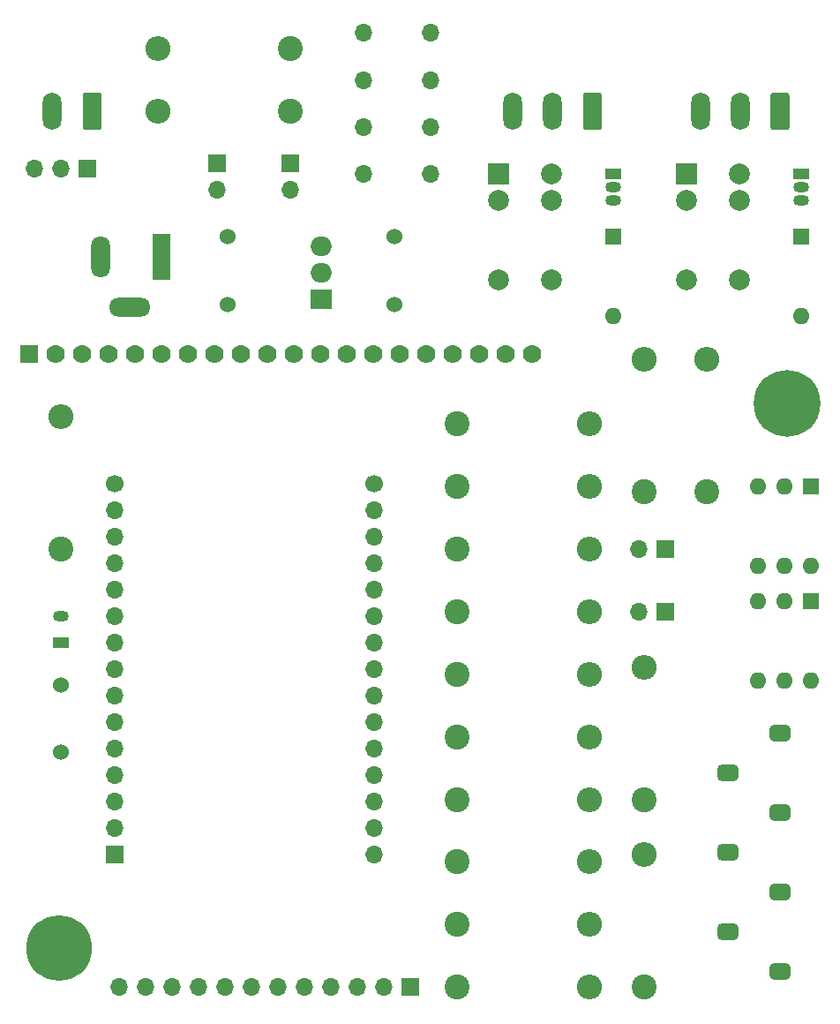
<source format=gbr>
%TF.GenerationSoftware,KiCad,Pcbnew,(5.1.9)-1*%
%TF.CreationDate,2021-04-12T11:09:12+02:00*%
%TF.ProjectId,FinalBoard,46696e61-6c42-46f6-9172-642e6b696361,v01*%
%TF.SameCoordinates,Original*%
%TF.FileFunction,Soldermask,Bot*%
%TF.FilePolarity,Negative*%
%FSLAX46Y46*%
G04 Gerber Fmt 4.6, Leading zero omitted, Abs format (unit mm)*
G04 Created by KiCad (PCBNEW (5.1.9)-1) date 2021-04-12 11:09:12*
%MOMM*%
%LPD*%
G01*
G04 APERTURE LIST*
%ADD10C,1.778000*%
%ADD11R,1.778000X1.778000*%
%ADD12C,0.800000*%
%ADD13C,6.300000*%
%ADD14O,1.700000X1.700000*%
%ADD15R,1.700000X1.700000*%
%ADD16O,2.400000X2.400000*%
%ADD17C,2.400000*%
%ADD18R,1.500000X1.050000*%
%ADD19O,1.500000X1.050000*%
%ADD20O,1.600000X1.600000*%
%ADD21R,1.600000X1.600000*%
%ADD22C,1.524000*%
%ADD23C,2.000000*%
%ADD24R,2.000000X2.000000*%
%ADD25C,6.400000*%
%ADD26O,1.800000X3.600000*%
%ADD27C,1.700000*%
%ADD28O,4.000000X1.800000*%
%ADD29O,1.800000X4.000000*%
%ADD30R,1.800000X4.400000*%
%ADD31R,2.000000X1.905000*%
%ADD32O,2.000000X1.905000*%
G04 APERTURE END LIST*
%TO.C,J3*%
G36*
G01*
X253100000Y-154800000D02*
X251900000Y-154800000D01*
G75*
G02*
X251500000Y-154400000I0J400000D01*
G01*
X251500000Y-153600000D01*
G75*
G02*
X251900000Y-153200000I400000J0D01*
G01*
X253100000Y-153200000D01*
G75*
G02*
X253500000Y-153600000I0J-400000D01*
G01*
X253500000Y-154400000D01*
G75*
G02*
X253100000Y-154800000I-400000J0D01*
G01*
G37*
G36*
G01*
X248100000Y-150990000D02*
X246900000Y-150990000D01*
G75*
G02*
X246500000Y-150590000I0J400000D01*
G01*
X246500000Y-149790000D01*
G75*
G02*
X246900000Y-149390000I400000J0D01*
G01*
X248100000Y-149390000D01*
G75*
G02*
X248500000Y-149790000I0J-400000D01*
G01*
X248500000Y-150590000D01*
G75*
G02*
X248100000Y-150990000I-400000J0D01*
G01*
G37*
G36*
G01*
X253100000Y-147180000D02*
X251900000Y-147180000D01*
G75*
G02*
X251500000Y-146780000I0J400000D01*
G01*
X251500000Y-145980000D01*
G75*
G02*
X251900000Y-145580000I400000J0D01*
G01*
X253100000Y-145580000D01*
G75*
G02*
X253500000Y-145980000I0J-400000D01*
G01*
X253500000Y-146780000D01*
G75*
G02*
X253100000Y-147180000I-400000J0D01*
G01*
G37*
G36*
G01*
X248100000Y-143370000D02*
X246900000Y-143370000D01*
G75*
G02*
X246500000Y-142970000I0J400000D01*
G01*
X246500000Y-142170000D01*
G75*
G02*
X246900000Y-141770000I400000J0D01*
G01*
X248100000Y-141770000D01*
G75*
G02*
X248500000Y-142170000I0J-400000D01*
G01*
X248500000Y-142970000D01*
G75*
G02*
X248100000Y-143370000I-400000J0D01*
G01*
G37*
G36*
G01*
X253100000Y-139560000D02*
X251900000Y-139560000D01*
G75*
G02*
X251500000Y-139160000I0J400000D01*
G01*
X251500000Y-138360000D01*
G75*
G02*
X251900000Y-137960000I400000J0D01*
G01*
X253100000Y-137960000D01*
G75*
G02*
X253500000Y-138360000I0J-400000D01*
G01*
X253500000Y-139160000D01*
G75*
G02*
X253100000Y-139560000I-400000J0D01*
G01*
G37*
G36*
G01*
X248100000Y-135750000D02*
X246900000Y-135750000D01*
G75*
G02*
X246500000Y-135350000I0J400000D01*
G01*
X246500000Y-134550000D01*
G75*
G02*
X246900000Y-134150000I400000J0D01*
G01*
X248100000Y-134150000D01*
G75*
G02*
X248500000Y-134550000I0J-400000D01*
G01*
X248500000Y-135350000D01*
G75*
G02*
X248100000Y-135750000I-400000J0D01*
G01*
G37*
G36*
G01*
X253100000Y-131940000D02*
X251900000Y-131940000D01*
G75*
G02*
X251500000Y-131540000I0J400000D01*
G01*
X251500000Y-130740000D01*
G75*
G02*
X251900000Y-130340000I400000J0D01*
G01*
X253100000Y-130340000D01*
G75*
G02*
X253500000Y-130740000I0J-400000D01*
G01*
X253500000Y-131540000D01*
G75*
G02*
X253100000Y-131940000I-400000J0D01*
G01*
G37*
%TD*%
D10*
%TO.C,ESP32_Gateway_revG*%
X193166000Y-94814000D03*
X203326000Y-94814000D03*
X205866000Y-94814000D03*
X208406000Y-94814000D03*
X200786000Y-94814000D03*
X195706000Y-94814000D03*
X185546000Y-94814000D03*
D11*
X180466000Y-94814000D03*
D10*
X198246000Y-94814000D03*
X190626000Y-94814000D03*
X188086000Y-94814000D03*
X210946000Y-94814000D03*
X213486000Y-94814000D03*
X183006000Y-94814000D03*
X221106000Y-94814000D03*
X223646000Y-94814000D03*
X228726000Y-94814000D03*
X226186000Y-94814000D03*
X216026000Y-94814000D03*
X218566000Y-94814000D03*
D12*
X183296000Y-149334000D03*
X180896000Y-151734000D03*
X181598944Y-150036944D03*
X181598944Y-153431056D03*
X184993056Y-150036944D03*
D13*
X183296000Y-151734000D03*
D12*
X184993056Y-153431056D03*
X183296000Y-154134000D03*
X185696000Y-151734000D03*
%TD*%
D14*
%TO.C,D4*%
X198500000Y-79040000D03*
D15*
X198500000Y-76500000D03*
%TD*%
D16*
%TO.C,R8*%
X192800000Y-71500000D03*
D17*
X205500000Y-71500000D03*
%TD*%
D18*
%TO.C,Q2*%
X254500000Y-77500000D03*
D19*
X254500000Y-80040000D03*
X254500000Y-78770000D03*
%TD*%
%TO.C,Q1*%
X236500000Y-78770000D03*
X236500000Y-80040000D03*
D18*
X236500000Y-77500000D03*
%TD*%
D20*
%TO.C,U3*%
X255500000Y-115120000D03*
X250420000Y-107500000D03*
X252960000Y-115120000D03*
X252960000Y-107500000D03*
X250420000Y-115120000D03*
D21*
X255500000Y-107500000D03*
%TD*%
D22*
%TO.C,C2*%
X215500000Y-83500000D03*
X215500000Y-90000000D03*
%TD*%
D20*
%TO.C,D2*%
X236500000Y-91120000D03*
D21*
X236500000Y-83500000D03*
%TD*%
D23*
%TO.C,K2*%
X248580000Y-77500000D03*
X248580000Y-80040000D03*
D24*
X243500000Y-77500000D03*
D23*
X243500000Y-80040000D03*
X248580000Y-87660000D03*
X243500000Y-87660000D03*
%TD*%
D16*
%TO.C,R1*%
X234200000Y-101500000D03*
D17*
X221500000Y-101500000D03*
%TD*%
D16*
%TO.C,R2*%
X234200000Y-107500000D03*
D17*
X221500000Y-107500000D03*
%TD*%
%TO.C,R4*%
X239500000Y-108000000D03*
D16*
X239500000Y-95300000D03*
%TD*%
D23*
%TO.C,K1*%
X225500000Y-87660000D03*
X230580000Y-87660000D03*
X225500000Y-80040000D03*
D24*
X225500000Y-77500000D03*
D23*
X230580000Y-80040000D03*
X230580000Y-77500000D03*
%TD*%
D17*
%TO.C,R5*%
X245500000Y-108000000D03*
D16*
X245500000Y-95300000D03*
%TD*%
D12*
%TO.C,GND*%
X254847056Y-97802944D03*
X253150000Y-97100000D03*
X251452944Y-97802944D03*
X250750000Y-99500000D03*
X251452944Y-101197056D03*
X253150000Y-101900000D03*
X254847056Y-101197056D03*
X255550000Y-99500000D03*
D25*
X253150000Y-99500000D03*
%TD*%
%TO.C,J4*%
G36*
G01*
X187400000Y-69950000D02*
X187400000Y-73050000D01*
G75*
G02*
X187150000Y-73300000I-250000J0D01*
G01*
X185850000Y-73300000D01*
G75*
G02*
X185600000Y-73050000I0J250000D01*
G01*
X185600000Y-69950000D01*
G75*
G02*
X185850000Y-69700000I250000J0D01*
G01*
X187150000Y-69700000D01*
G75*
G02*
X187400000Y-69950000I0J-250000D01*
G01*
G37*
D26*
X182690000Y-71500000D03*
%TD*%
D14*
%TO.C,J2*%
X189060000Y-155500000D03*
X191600000Y-155500000D03*
X194140000Y-155500000D03*
X196680000Y-155500000D03*
X199220000Y-155500000D03*
X201760000Y-155500000D03*
X204300000Y-155500000D03*
X206840000Y-155500000D03*
X209380000Y-155500000D03*
X211920000Y-155500000D03*
X214460000Y-155500000D03*
D15*
X217000000Y-155500000D03*
%TD*%
%TO.C,ESP32_devkitV1*%
X188628000Y-142814000D03*
D14*
X188628000Y-117414000D03*
X188628000Y-130114000D03*
X188628000Y-114874000D03*
D27*
X188628000Y-107254000D03*
D14*
X188628000Y-109794000D03*
X188628000Y-127574000D03*
X188628000Y-140274000D03*
X188628000Y-132654000D03*
X188628000Y-112334000D03*
X188628000Y-137734000D03*
X188628000Y-135194000D03*
X188628000Y-125034000D03*
X188628000Y-122494000D03*
X188628000Y-119954000D03*
X213528000Y-142814000D03*
X213528000Y-117414000D03*
X213528000Y-130114000D03*
X213528000Y-114874000D03*
D27*
X213528000Y-107254000D03*
D14*
X213528000Y-109794000D03*
X213528000Y-127574000D03*
X213528000Y-140274000D03*
X213528000Y-132654000D03*
X213528000Y-112334000D03*
X213528000Y-137734000D03*
X213528000Y-135194000D03*
X213528000Y-125034000D03*
X213528000Y-122494000D03*
X213528000Y-119954000D03*
%TD*%
D22*
%TO.C,C1*%
X199500000Y-83500000D03*
X199500000Y-90000000D03*
%TD*%
%TO.C,C3*%
X183500000Y-133000000D03*
X183500000Y-126500000D03*
%TD*%
D15*
%TO.C,D1*%
X205500000Y-76500000D03*
D14*
X205500000Y-79040000D03*
%TD*%
D21*
%TO.C,D3*%
X254500000Y-83500000D03*
D20*
X254500000Y-91120000D03*
%TD*%
D15*
%TO.C,D5*%
X241500000Y-119500000D03*
D14*
X238960000Y-119500000D03*
%TD*%
%TO.C,D6*%
X238960000Y-113500000D03*
D15*
X241500000Y-113500000D03*
%TD*%
D28*
%TO.C,J1*%
X190130000Y-90300000D03*
D29*
X187330000Y-85500000D03*
D30*
X193130000Y-85500000D03*
%TD*%
%TO.C,J5*%
G36*
G01*
X235400000Y-69950000D02*
X235400000Y-73050000D01*
G75*
G02*
X235150000Y-73300000I-250000J0D01*
G01*
X233850000Y-73300000D01*
G75*
G02*
X233600000Y-73050000I0J250000D01*
G01*
X233600000Y-69950000D01*
G75*
G02*
X233850000Y-69700000I250000J0D01*
G01*
X235150000Y-69700000D01*
G75*
G02*
X235400000Y-69950000I0J-250000D01*
G01*
G37*
D26*
X230690000Y-71500000D03*
X226880000Y-71500000D03*
%TD*%
%TO.C,J6*%
X244880000Y-71500000D03*
X248690000Y-71500000D03*
G36*
G01*
X253400000Y-69950000D02*
X253400000Y-73050000D01*
G75*
G02*
X253150000Y-73300000I-250000J0D01*
G01*
X251850000Y-73300000D01*
G75*
G02*
X251600000Y-73050000I0J250000D01*
G01*
X251600000Y-69950000D01*
G75*
G02*
X251850000Y-69700000I250000J0D01*
G01*
X253150000Y-69700000D01*
G75*
G02*
X253400000Y-69950000I0J-250000D01*
G01*
G37*
%TD*%
D15*
%TO.C,JP1*%
X186018000Y-77000000D03*
D14*
X183478000Y-77000000D03*
X180938000Y-77000000D03*
%TD*%
D17*
%TO.C,R3*%
X205500000Y-65500000D03*
D16*
X192800000Y-65500000D03*
%TD*%
%TO.C,R6*%
X234200000Y-113500000D03*
D17*
X221500000Y-113500000D03*
%TD*%
%TO.C,R7*%
X221500000Y-119500000D03*
D16*
X234200000Y-119500000D03*
%TD*%
D17*
%TO.C,R9*%
X221500000Y-149500000D03*
D16*
X234200000Y-149500000D03*
%TD*%
%TO.C,R10*%
X239500000Y-142800000D03*
D17*
X239500000Y-155500000D03*
%TD*%
D16*
%TO.C,R11*%
X234200000Y-155500000D03*
D17*
X221500000Y-155500000D03*
%TD*%
%TO.C,R12*%
X239500000Y-137500000D03*
D16*
X239500000Y-124800000D03*
%TD*%
%TO.C,R13*%
X183500000Y-100800000D03*
D17*
X183500000Y-113500000D03*
%TD*%
%TO.C,R14*%
X221500000Y-125500000D03*
D16*
X234200000Y-125500000D03*
%TD*%
D17*
%TO.C,R15*%
X221500000Y-131500000D03*
D16*
X234200000Y-131500000D03*
%TD*%
D19*
%TO.C,R16*%
X183500000Y-119960000D03*
D18*
X183500000Y-122500000D03*
%TD*%
D17*
%TO.C,R17*%
X221500000Y-137500000D03*
D16*
X234200000Y-137500000D03*
%TD*%
%TO.C,R18*%
X234200000Y-143500000D03*
D17*
X221500000Y-143500000D03*
%TD*%
D31*
%TO.C,U1*%
X208500000Y-89500000D03*
D32*
X208500000Y-86960000D03*
X208500000Y-84420000D03*
%TD*%
D21*
%TO.C,U2*%
X255500000Y-118500000D03*
D20*
X250420000Y-126120000D03*
X252960000Y-118500000D03*
X252960000Y-126120000D03*
X250420000Y-118500000D03*
X255500000Y-126120000D03*
%TD*%
D14*
%TO.C,SW1*%
X212500000Y-64000000D03*
X219000000Y-64000000D03*
X212500000Y-68500000D03*
X219000000Y-68500000D03*
%TD*%
%TO.C,SW2*%
X219000000Y-77500000D03*
X212500000Y-77500000D03*
X219000000Y-73000000D03*
X212500000Y-73000000D03*
%TD*%
M02*

</source>
